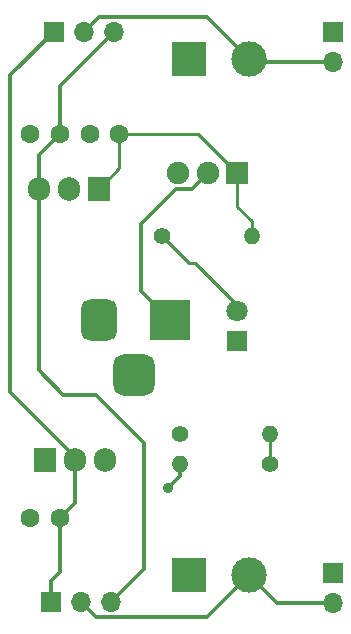
<source format=gtl>
%TF.GenerationSoftware,KiCad,Pcbnew,7.0.5-0*%
%TF.CreationDate,2023-07-08T23:53:13+02:00*%
%TF.ProjectId,Breadboard Power Supply,42726561-6462-46f6-9172-6420506f7765,rev?*%
%TF.SameCoordinates,Original*%
%TF.FileFunction,Copper,L1,Top*%
%TF.FilePolarity,Positive*%
%FSLAX46Y46*%
G04 Gerber Fmt 4.6, Leading zero omitted, Abs format (unit mm)*
G04 Created by KiCad (PCBNEW 7.0.5-0) date 2023-07-08 23:53:13*
%MOMM*%
%LPD*%
G01*
G04 APERTURE LIST*
G04 Aperture macros list*
%AMRoundRect*
0 Rectangle with rounded corners*
0 $1 Rounding radius*
0 $2 $3 $4 $5 $6 $7 $8 $9 X,Y pos of 4 corners*
0 Add a 4 corners polygon primitive as box body*
4,1,4,$2,$3,$4,$5,$6,$7,$8,$9,$2,$3,0*
0 Add four circle primitives for the rounded corners*
1,1,$1+$1,$2,$3*
1,1,$1+$1,$4,$5*
1,1,$1+$1,$6,$7*
1,1,$1+$1,$8,$9*
0 Add four rect primitives between the rounded corners*
20,1,$1+$1,$2,$3,$4,$5,0*
20,1,$1+$1,$4,$5,$6,$7,0*
20,1,$1+$1,$6,$7,$8,$9,0*
20,1,$1+$1,$8,$9,$2,$3,0*%
G04 Aperture macros list end*
%TA.AperFunction,ComponentPad*%
%ADD10R,1.905000X2.000000*%
%TD*%
%TA.AperFunction,ComponentPad*%
%ADD11O,1.905000X2.000000*%
%TD*%
%TA.AperFunction,ComponentPad*%
%ADD12C,1.900000*%
%TD*%
%TA.AperFunction,ComponentPad*%
%ADD13R,1.900000X1.900000*%
%TD*%
%TA.AperFunction,ComponentPad*%
%ADD14C,1.400000*%
%TD*%
%TA.AperFunction,ComponentPad*%
%ADD15O,1.400000X1.400000*%
%TD*%
%TA.AperFunction,ComponentPad*%
%ADD16O,1.700000X1.700000*%
%TD*%
%TA.AperFunction,ComponentPad*%
%ADD17R,1.700000X1.700000*%
%TD*%
%TA.AperFunction,ComponentPad*%
%ADD18R,3.000000X3.000000*%
%TD*%
%TA.AperFunction,ComponentPad*%
%ADD19C,3.000000*%
%TD*%
%TA.AperFunction,ComponentPad*%
%ADD20RoundRect,0.875000X-0.875000X-0.875000X0.875000X-0.875000X0.875000X0.875000X-0.875000X0.875000X0*%
%TD*%
%TA.AperFunction,ComponentPad*%
%ADD21RoundRect,0.750000X-0.750000X-1.000000X0.750000X-1.000000X0.750000X1.000000X-0.750000X1.000000X0*%
%TD*%
%TA.AperFunction,ComponentPad*%
%ADD22R,3.500000X3.500000*%
%TD*%
%TA.AperFunction,ComponentPad*%
%ADD23C,1.800000*%
%TD*%
%TA.AperFunction,ComponentPad*%
%ADD24R,1.800000X1.800000*%
%TD*%
%TA.AperFunction,ComponentPad*%
%ADD25C,1.600000*%
%TD*%
%TA.AperFunction,ViaPad*%
%ADD26C,0.900000*%
%TD*%
%TA.AperFunction,Conductor*%
%ADD27C,0.350000*%
%TD*%
%TA.AperFunction,Conductor*%
%ADD28C,0.250000*%
%TD*%
G04 APERTURE END LIST*
D10*
%TO.P,U2,1,VI*%
%TO.N,/12V*%
X127508000Y-85923000D03*
D11*
%TO.P,U2,2,GND*%
%TO.N,GND*%
X124968000Y-85923000D03*
%TO.P,U2,3,VO*%
%TO.N,/5V*%
X122428000Y-85923000D03*
%TD*%
D10*
%TO.P,U1,1,ADJ*%
%TO.N,Net-(U1-ADJ)*%
X122936000Y-108895000D03*
D11*
%TO.P,U1,2,VO*%
%TO.N,/3.3V*%
X125476000Y-108895000D03*
%TO.P,U1,3,VI*%
%TO.N,/12V*%
X128016000Y-108895000D03*
%TD*%
D12*
%TO.P,S1,3*%
%TO.N,unconnected-(S1-Pad3)*%
X134248000Y-84582000D03*
%TO.P,S1,2*%
%TO.N,/PWR_input*%
X136748000Y-84582000D03*
D13*
%TO.P,S1,1*%
%TO.N,/12V*%
X139248000Y-84582000D03*
%TD*%
D14*
%TO.P,R3,1*%
%TO.N,GND*%
X134348000Y-106680000D03*
D15*
%TO.P,R3,2*%
%TO.N,Net-(U1-ADJ)*%
X141968000Y-106680000D03*
%TD*%
D14*
%TO.P,R2,1*%
%TO.N,Net-(U1-ADJ)*%
X141968000Y-109220000D03*
D15*
%TO.P,R2,2*%
%TO.N,/3.3V*%
X134348000Y-109220000D03*
%TD*%
%TO.P,R1,2*%
%TO.N,/12V*%
X140462000Y-89916000D03*
D14*
%TO.P,R1,1*%
%TO.N,Net-(D1-A)*%
X132842000Y-89916000D03*
%TD*%
D16*
%TO.P,J7,2,Pin_2*%
%TO.N,/PWR_OUT_TOP*%
X147320000Y-75184000D03*
D17*
%TO.P,J7,1,Pin_1*%
%TO.N,GND*%
X147320000Y-72644000D03*
%TD*%
%TO.P,J6,1,Pin_1*%
%TO.N,/3.3V*%
X123713000Y-72644000D03*
D16*
%TO.P,J6,2,Pin_2*%
%TO.N,/PWR_OUT_TOP*%
X126253000Y-72644000D03*
%TO.P,J6,3,Pin_3*%
%TO.N,/5V*%
X128793000Y-72644000D03*
%TD*%
%TO.P,J5,2,Pin_2*%
%TO.N,/PWR_OUT_BOT*%
X147320000Y-120990000D03*
D17*
%TO.P,J5,1,Pin_1*%
%TO.N,GND*%
X147320000Y-118450000D03*
%TD*%
%TO.P,J4,1,Pin_1*%
%TO.N,/3.3V*%
X123444000Y-120904000D03*
D16*
%TO.P,J4,2,Pin_2*%
%TO.N,/PWR_OUT_BOT*%
X125984000Y-120904000D03*
%TO.P,J4,3,Pin_3*%
%TO.N,/5V*%
X128524000Y-120904000D03*
%TD*%
D18*
%TO.P,J3,1,Pin_1*%
%TO.N,GND*%
X135128000Y-74930000D03*
D19*
%TO.P,J3,2,Pin_2*%
%TO.N,/PWR_OUT_TOP*%
X140208000Y-74930000D03*
%TD*%
D18*
%TO.P,J2,1,Pin_1*%
%TO.N,GND*%
X135128000Y-118618000D03*
D19*
%TO.P,J2,2,Pin_2*%
%TO.N,/PWR_OUT_BOT*%
X140208000Y-118618000D03*
%TD*%
D20*
%TO.P,J1,3*%
%TO.N,GND*%
X130508000Y-101728000D03*
D21*
%TO.P,J1,2*%
X127508000Y-97028000D03*
D22*
%TO.P,J1,1*%
%TO.N,/PWR_input*%
X133508000Y-97028000D03*
%TD*%
D23*
%TO.P,D1,2,A*%
%TO.N,Net-(D1-A)*%
X139192000Y-96271000D03*
D24*
%TO.P,D1,1,K*%
%TO.N,GND*%
X139192000Y-98811000D03*
%TD*%
D25*
%TO.P,C3,2*%
%TO.N,GND*%
X121686000Y-81280000D03*
%TO.P,C3,1*%
%TO.N,/5V*%
X124186000Y-81280000D03*
%TD*%
%TO.P,C2,1*%
%TO.N,/3.3V*%
X124186000Y-113792000D03*
%TO.P,C2,2*%
%TO.N,GND*%
X121686000Y-113792000D03*
%TD*%
%TO.P,C1,1*%
%TO.N,/12V*%
X129246000Y-81280000D03*
%TO.P,C1,2*%
%TO.N,GND*%
X126746000Y-81280000D03*
%TD*%
D26*
%TO.N,/3.3V*%
X133350000Y-111252000D03*
%TD*%
D27*
%TO.N,/PWR_OUT_BOT*%
X140208000Y-118618000D02*
X142580000Y-120990000D01*
X142580000Y-120990000D02*
X147320000Y-120990000D01*
%TO.N,/PWR_OUT_TOP*%
X140462000Y-75184000D02*
X140208000Y-74930000D01*
X147320000Y-75184000D02*
X140462000Y-75184000D01*
%TO.N,/3.3V*%
X123713000Y-72644000D02*
X120025000Y-76332000D01*
X120025000Y-76332000D02*
X120025000Y-103181500D01*
X125476000Y-108632500D02*
X125476000Y-108895000D01*
X120025000Y-103181500D02*
X125476000Y-108632500D01*
%TO.N,/PWR_OUT_BOT*%
X125984000Y-120904000D02*
X127259000Y-122179000D01*
X127259000Y-122179000D02*
X136647000Y-122179000D01*
X136647000Y-122179000D02*
X140208000Y-118618000D01*
D28*
%TO.N,Net-(D1-A)*%
X132842000Y-89916000D02*
X135162000Y-92236000D01*
X135633000Y-92236000D02*
X139192000Y-95795000D01*
%TO.N,/12V*%
X139248000Y-87450000D02*
X140462000Y-88664000D01*
%TO.N,Net-(D1-A)*%
X139192000Y-95795000D02*
X139192000Y-96271000D01*
X135162000Y-92236000D02*
X135633000Y-92236000D01*
%TO.N,/12V*%
X139248000Y-84582000D02*
X139248000Y-87450000D01*
X140462000Y-88664000D02*
X140462000Y-89916000D01*
D27*
%TO.N,/PWR_input*%
X136748000Y-84582000D02*
X135373000Y-85957000D01*
X135373000Y-85957000D02*
X134007000Y-85957000D01*
X134007000Y-85957000D02*
X131064000Y-88900000D01*
X131064000Y-88900000D02*
X131064000Y-94584000D01*
X131064000Y-94584000D02*
X133508000Y-97028000D01*
%TO.N,/3.3V*%
X124186000Y-118344000D02*
X124206000Y-118364000D01*
X124186000Y-113792000D02*
X124186000Y-118344000D01*
X124206000Y-118364000D02*
X123444000Y-119126000D01*
X123444000Y-119126000D02*
X123444000Y-120904000D01*
X124186000Y-113792000D02*
X125476000Y-112502000D01*
X125476000Y-112502000D02*
X125476000Y-108895000D01*
X134348000Y-110254000D02*
X133350000Y-111252000D01*
X134348000Y-109220000D02*
X134348000Y-110254000D01*
D28*
%TO.N,Net-(U1-ADJ)*%
X141968000Y-106680000D02*
X141968000Y-109220000D01*
D27*
%TO.N,/5V*%
X122428000Y-85923000D02*
X122428000Y-101311421D01*
X131318000Y-107442000D02*
X131318000Y-118110000D01*
X122428000Y-101311421D02*
X124494579Y-103378000D01*
X124494579Y-103378000D02*
X127254000Y-103378000D01*
X127254000Y-103378000D02*
X131318000Y-107442000D01*
X131318000Y-118110000D02*
X128524000Y-120904000D01*
X122428000Y-85923000D02*
X122428000Y-83038000D01*
X122428000Y-83038000D02*
X124186000Y-81280000D01*
D28*
%TO.N,/12V*%
X129246000Y-81280000D02*
X129246000Y-84185000D01*
X129246000Y-84185000D02*
X127508000Y-85923000D01*
X129246000Y-81280000D02*
X135946000Y-81280000D01*
X135946000Y-81280000D02*
X139248000Y-84582000D01*
D27*
%TO.N,/5V*%
X128793000Y-72644000D02*
X124186000Y-77251000D01*
X124186000Y-77251000D02*
X124186000Y-81280000D01*
%TO.N,/PWR_OUT_TOP*%
X126253000Y-72644000D02*
X127528000Y-71369000D01*
X127528000Y-71369000D02*
X136647000Y-71369000D01*
X136647000Y-71369000D02*
X140208000Y-74930000D01*
%TD*%
M02*

</source>
